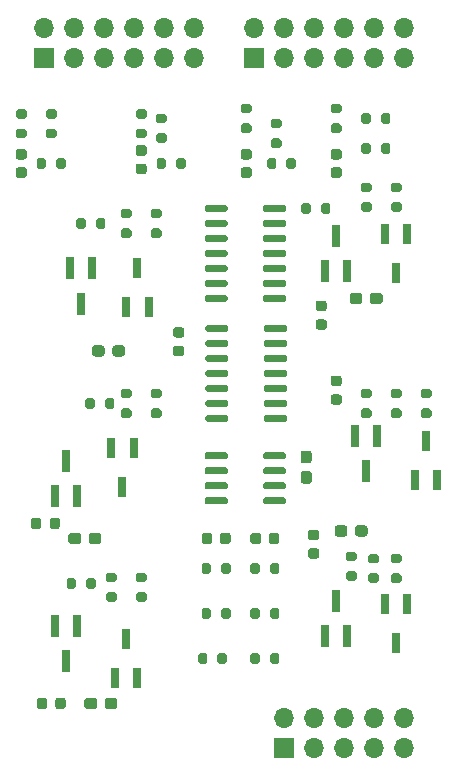
<source format=gts>
%TF.GenerationSoftware,KiCad,Pcbnew,5.1.10-88a1d61d58~90~ubuntu20.10.1*%
%TF.CreationDate,2021-11-01T20:20:40-04:00*%
%TF.ProjectId,vco,76636f2e-6b69-4636-9164-5f7063625858,rev?*%
%TF.SameCoordinates,Original*%
%TF.FileFunction,Soldermask,Top*%
%TF.FilePolarity,Negative*%
%FSLAX46Y46*%
G04 Gerber Fmt 4.6, Leading zero omitted, Abs format (unit mm)*
G04 Created by KiCad (PCBNEW 5.1.10-88a1d61d58~90~ubuntu20.10.1) date 2021-11-01 20:20:40*
%MOMM*%
%LPD*%
G01*
G04 APERTURE LIST*
%ADD10R,0.800000X1.900000*%
%ADD11R,0.800000X1.800000*%
%ADD12O,1.700000X1.700000*%
%ADD13R,1.700000X1.700000*%
G04 APERTURE END LIST*
%TO.C,U1*%
G36*
G01*
X153900000Y-102385000D02*
X153900000Y-102085000D01*
G75*
G02*
X154050000Y-101935000I150000J0D01*
G01*
X155700000Y-101935000D01*
G75*
G02*
X155850000Y-102085000I0J-150000D01*
G01*
X155850000Y-102385000D01*
G75*
G02*
X155700000Y-102535000I-150000J0D01*
G01*
X154050000Y-102535000D01*
G75*
G02*
X153900000Y-102385000I0J150000D01*
G01*
G37*
G36*
G01*
X153900000Y-103655000D02*
X153900000Y-103355000D01*
G75*
G02*
X154050000Y-103205000I150000J0D01*
G01*
X155700000Y-103205000D01*
G75*
G02*
X155850000Y-103355000I0J-150000D01*
G01*
X155850000Y-103655000D01*
G75*
G02*
X155700000Y-103805000I-150000J0D01*
G01*
X154050000Y-103805000D01*
G75*
G02*
X153900000Y-103655000I0J150000D01*
G01*
G37*
G36*
G01*
X153900000Y-104925000D02*
X153900000Y-104625000D01*
G75*
G02*
X154050000Y-104475000I150000J0D01*
G01*
X155700000Y-104475000D01*
G75*
G02*
X155850000Y-104625000I0J-150000D01*
G01*
X155850000Y-104925000D01*
G75*
G02*
X155700000Y-105075000I-150000J0D01*
G01*
X154050000Y-105075000D01*
G75*
G02*
X153900000Y-104925000I0J150000D01*
G01*
G37*
G36*
G01*
X153900000Y-106195000D02*
X153900000Y-105895000D01*
G75*
G02*
X154050000Y-105745000I150000J0D01*
G01*
X155700000Y-105745000D01*
G75*
G02*
X155850000Y-105895000I0J-150000D01*
G01*
X155850000Y-106195000D01*
G75*
G02*
X155700000Y-106345000I-150000J0D01*
G01*
X154050000Y-106345000D01*
G75*
G02*
X153900000Y-106195000I0J150000D01*
G01*
G37*
G36*
G01*
X153900000Y-107465000D02*
X153900000Y-107165000D01*
G75*
G02*
X154050000Y-107015000I150000J0D01*
G01*
X155700000Y-107015000D01*
G75*
G02*
X155850000Y-107165000I0J-150000D01*
G01*
X155850000Y-107465000D01*
G75*
G02*
X155700000Y-107615000I-150000J0D01*
G01*
X154050000Y-107615000D01*
G75*
G02*
X153900000Y-107465000I0J150000D01*
G01*
G37*
G36*
G01*
X153900000Y-108735000D02*
X153900000Y-108435000D01*
G75*
G02*
X154050000Y-108285000I150000J0D01*
G01*
X155700000Y-108285000D01*
G75*
G02*
X155850000Y-108435000I0J-150000D01*
G01*
X155850000Y-108735000D01*
G75*
G02*
X155700000Y-108885000I-150000J0D01*
G01*
X154050000Y-108885000D01*
G75*
G02*
X153900000Y-108735000I0J150000D01*
G01*
G37*
G36*
G01*
X153900000Y-110005000D02*
X153900000Y-109705000D01*
G75*
G02*
X154050000Y-109555000I150000J0D01*
G01*
X155700000Y-109555000D01*
G75*
G02*
X155850000Y-109705000I0J-150000D01*
G01*
X155850000Y-110005000D01*
G75*
G02*
X155700000Y-110155000I-150000J0D01*
G01*
X154050000Y-110155000D01*
G75*
G02*
X153900000Y-110005000I0J150000D01*
G01*
G37*
G36*
G01*
X148950000Y-110005000D02*
X148950000Y-109705000D01*
G75*
G02*
X149100000Y-109555000I150000J0D01*
G01*
X150750000Y-109555000D01*
G75*
G02*
X150900000Y-109705000I0J-150000D01*
G01*
X150900000Y-110005000D01*
G75*
G02*
X150750000Y-110155000I-150000J0D01*
G01*
X149100000Y-110155000D01*
G75*
G02*
X148950000Y-110005000I0J150000D01*
G01*
G37*
G36*
G01*
X148950000Y-108735000D02*
X148950000Y-108435000D01*
G75*
G02*
X149100000Y-108285000I150000J0D01*
G01*
X150750000Y-108285000D01*
G75*
G02*
X150900000Y-108435000I0J-150000D01*
G01*
X150900000Y-108735000D01*
G75*
G02*
X150750000Y-108885000I-150000J0D01*
G01*
X149100000Y-108885000D01*
G75*
G02*
X148950000Y-108735000I0J150000D01*
G01*
G37*
G36*
G01*
X148950000Y-107465000D02*
X148950000Y-107165000D01*
G75*
G02*
X149100000Y-107015000I150000J0D01*
G01*
X150750000Y-107015000D01*
G75*
G02*
X150900000Y-107165000I0J-150000D01*
G01*
X150900000Y-107465000D01*
G75*
G02*
X150750000Y-107615000I-150000J0D01*
G01*
X149100000Y-107615000D01*
G75*
G02*
X148950000Y-107465000I0J150000D01*
G01*
G37*
G36*
G01*
X148950000Y-106195000D02*
X148950000Y-105895000D01*
G75*
G02*
X149100000Y-105745000I150000J0D01*
G01*
X150750000Y-105745000D01*
G75*
G02*
X150900000Y-105895000I0J-150000D01*
G01*
X150900000Y-106195000D01*
G75*
G02*
X150750000Y-106345000I-150000J0D01*
G01*
X149100000Y-106345000D01*
G75*
G02*
X148950000Y-106195000I0J150000D01*
G01*
G37*
G36*
G01*
X148950000Y-104925000D02*
X148950000Y-104625000D01*
G75*
G02*
X149100000Y-104475000I150000J0D01*
G01*
X150750000Y-104475000D01*
G75*
G02*
X150900000Y-104625000I0J-150000D01*
G01*
X150900000Y-104925000D01*
G75*
G02*
X150750000Y-105075000I-150000J0D01*
G01*
X149100000Y-105075000D01*
G75*
G02*
X148950000Y-104925000I0J150000D01*
G01*
G37*
G36*
G01*
X148950000Y-103655000D02*
X148950000Y-103355000D01*
G75*
G02*
X149100000Y-103205000I150000J0D01*
G01*
X150750000Y-103205000D01*
G75*
G02*
X150900000Y-103355000I0J-150000D01*
G01*
X150900000Y-103655000D01*
G75*
G02*
X150750000Y-103805000I-150000J0D01*
G01*
X149100000Y-103805000D01*
G75*
G02*
X148950000Y-103655000I0J150000D01*
G01*
G37*
G36*
G01*
X148950000Y-102385000D02*
X148950000Y-102085000D01*
G75*
G02*
X149100000Y-101935000I150000J0D01*
G01*
X150750000Y-101935000D01*
G75*
G02*
X150900000Y-102085000I0J-150000D01*
G01*
X150900000Y-102385000D01*
G75*
G02*
X150750000Y-102535000I-150000J0D01*
G01*
X149100000Y-102535000D01*
G75*
G02*
X148950000Y-102385000I0J150000D01*
G01*
G37*
%TD*%
%TO.C,U2*%
G36*
G01*
X153835000Y-92225000D02*
X153835000Y-91925000D01*
G75*
G02*
X153985000Y-91775000I150000J0D01*
G01*
X155635000Y-91775000D01*
G75*
G02*
X155785000Y-91925000I0J-150000D01*
G01*
X155785000Y-92225000D01*
G75*
G02*
X155635000Y-92375000I-150000J0D01*
G01*
X153985000Y-92375000D01*
G75*
G02*
X153835000Y-92225000I0J150000D01*
G01*
G37*
G36*
G01*
X153835000Y-93495000D02*
X153835000Y-93195000D01*
G75*
G02*
X153985000Y-93045000I150000J0D01*
G01*
X155635000Y-93045000D01*
G75*
G02*
X155785000Y-93195000I0J-150000D01*
G01*
X155785000Y-93495000D01*
G75*
G02*
X155635000Y-93645000I-150000J0D01*
G01*
X153985000Y-93645000D01*
G75*
G02*
X153835000Y-93495000I0J150000D01*
G01*
G37*
G36*
G01*
X153835000Y-94765000D02*
X153835000Y-94465000D01*
G75*
G02*
X153985000Y-94315000I150000J0D01*
G01*
X155635000Y-94315000D01*
G75*
G02*
X155785000Y-94465000I0J-150000D01*
G01*
X155785000Y-94765000D01*
G75*
G02*
X155635000Y-94915000I-150000J0D01*
G01*
X153985000Y-94915000D01*
G75*
G02*
X153835000Y-94765000I0J150000D01*
G01*
G37*
G36*
G01*
X153835000Y-96035000D02*
X153835000Y-95735000D01*
G75*
G02*
X153985000Y-95585000I150000J0D01*
G01*
X155635000Y-95585000D01*
G75*
G02*
X155785000Y-95735000I0J-150000D01*
G01*
X155785000Y-96035000D01*
G75*
G02*
X155635000Y-96185000I-150000J0D01*
G01*
X153985000Y-96185000D01*
G75*
G02*
X153835000Y-96035000I0J150000D01*
G01*
G37*
G36*
G01*
X153835000Y-97305000D02*
X153835000Y-97005000D01*
G75*
G02*
X153985000Y-96855000I150000J0D01*
G01*
X155635000Y-96855000D01*
G75*
G02*
X155785000Y-97005000I0J-150000D01*
G01*
X155785000Y-97305000D01*
G75*
G02*
X155635000Y-97455000I-150000J0D01*
G01*
X153985000Y-97455000D01*
G75*
G02*
X153835000Y-97305000I0J150000D01*
G01*
G37*
G36*
G01*
X153835000Y-98575000D02*
X153835000Y-98275000D01*
G75*
G02*
X153985000Y-98125000I150000J0D01*
G01*
X155635000Y-98125000D01*
G75*
G02*
X155785000Y-98275000I0J-150000D01*
G01*
X155785000Y-98575000D01*
G75*
G02*
X155635000Y-98725000I-150000J0D01*
G01*
X153985000Y-98725000D01*
G75*
G02*
X153835000Y-98575000I0J150000D01*
G01*
G37*
G36*
G01*
X153835000Y-99845000D02*
X153835000Y-99545000D01*
G75*
G02*
X153985000Y-99395000I150000J0D01*
G01*
X155635000Y-99395000D01*
G75*
G02*
X155785000Y-99545000I0J-150000D01*
G01*
X155785000Y-99845000D01*
G75*
G02*
X155635000Y-99995000I-150000J0D01*
G01*
X153985000Y-99995000D01*
G75*
G02*
X153835000Y-99845000I0J150000D01*
G01*
G37*
G36*
G01*
X148885000Y-99845000D02*
X148885000Y-99545000D01*
G75*
G02*
X149035000Y-99395000I150000J0D01*
G01*
X150685000Y-99395000D01*
G75*
G02*
X150835000Y-99545000I0J-150000D01*
G01*
X150835000Y-99845000D01*
G75*
G02*
X150685000Y-99995000I-150000J0D01*
G01*
X149035000Y-99995000D01*
G75*
G02*
X148885000Y-99845000I0J150000D01*
G01*
G37*
G36*
G01*
X148885000Y-98575000D02*
X148885000Y-98275000D01*
G75*
G02*
X149035000Y-98125000I150000J0D01*
G01*
X150685000Y-98125000D01*
G75*
G02*
X150835000Y-98275000I0J-150000D01*
G01*
X150835000Y-98575000D01*
G75*
G02*
X150685000Y-98725000I-150000J0D01*
G01*
X149035000Y-98725000D01*
G75*
G02*
X148885000Y-98575000I0J150000D01*
G01*
G37*
G36*
G01*
X148885000Y-97305000D02*
X148885000Y-97005000D01*
G75*
G02*
X149035000Y-96855000I150000J0D01*
G01*
X150685000Y-96855000D01*
G75*
G02*
X150835000Y-97005000I0J-150000D01*
G01*
X150835000Y-97305000D01*
G75*
G02*
X150685000Y-97455000I-150000J0D01*
G01*
X149035000Y-97455000D01*
G75*
G02*
X148885000Y-97305000I0J150000D01*
G01*
G37*
G36*
G01*
X148885000Y-96035000D02*
X148885000Y-95735000D01*
G75*
G02*
X149035000Y-95585000I150000J0D01*
G01*
X150685000Y-95585000D01*
G75*
G02*
X150835000Y-95735000I0J-150000D01*
G01*
X150835000Y-96035000D01*
G75*
G02*
X150685000Y-96185000I-150000J0D01*
G01*
X149035000Y-96185000D01*
G75*
G02*
X148885000Y-96035000I0J150000D01*
G01*
G37*
G36*
G01*
X148885000Y-94765000D02*
X148885000Y-94465000D01*
G75*
G02*
X149035000Y-94315000I150000J0D01*
G01*
X150685000Y-94315000D01*
G75*
G02*
X150835000Y-94465000I0J-150000D01*
G01*
X150835000Y-94765000D01*
G75*
G02*
X150685000Y-94915000I-150000J0D01*
G01*
X149035000Y-94915000D01*
G75*
G02*
X148885000Y-94765000I0J150000D01*
G01*
G37*
G36*
G01*
X148885000Y-93495000D02*
X148885000Y-93195000D01*
G75*
G02*
X149035000Y-93045000I150000J0D01*
G01*
X150685000Y-93045000D01*
G75*
G02*
X150835000Y-93195000I0J-150000D01*
G01*
X150835000Y-93495000D01*
G75*
G02*
X150685000Y-93645000I-150000J0D01*
G01*
X149035000Y-93645000D01*
G75*
G02*
X148885000Y-93495000I0J150000D01*
G01*
G37*
G36*
G01*
X148885000Y-92225000D02*
X148885000Y-91925000D01*
G75*
G02*
X149035000Y-91775000I150000J0D01*
G01*
X150685000Y-91775000D01*
G75*
G02*
X150835000Y-91925000I0J-150000D01*
G01*
X150835000Y-92225000D01*
G75*
G02*
X150685000Y-92375000I-150000J0D01*
G01*
X149035000Y-92375000D01*
G75*
G02*
X148885000Y-92225000I0J150000D01*
G01*
G37*
%TD*%
D10*
%TO.C,Q12*%
X162560000Y-114300000D03*
X161610000Y-111300000D03*
X163510000Y-111300000D03*
%TD*%
D11*
%TO.C,Q11*%
X166690000Y-115060000D03*
X168590000Y-115060000D03*
X167640000Y-111760000D03*
%TD*%
D10*
%TO.C,Q10*%
X160020000Y-125270000D03*
X160970000Y-128270000D03*
X159070000Y-128270000D03*
%TD*%
D11*
%TO.C,Q9*%
X165100000Y-128905000D03*
X164150000Y-125605000D03*
X166050000Y-125605000D03*
%TD*%
D10*
%TO.C,Q8*%
X160020000Y-94385000D03*
X160970000Y-97385000D03*
X159070000Y-97385000D03*
%TD*%
D11*
%TO.C,Q7*%
X165100000Y-97535000D03*
X164150000Y-94235000D03*
X166050000Y-94235000D03*
%TD*%
D10*
%TO.C,Q6*%
X137160000Y-130405000D03*
X136210000Y-127405000D03*
X138110000Y-127405000D03*
%TD*%
D11*
%TO.C,Q5*%
X142240000Y-128525000D03*
X143190000Y-131825000D03*
X141290000Y-131825000D03*
%TD*%
D10*
%TO.C,Q4*%
X137160000Y-113435000D03*
X138110000Y-116435000D03*
X136210000Y-116435000D03*
%TD*%
D11*
%TO.C,Q3*%
X141920000Y-115695000D03*
X140970000Y-112395000D03*
X142870000Y-112395000D03*
%TD*%
D10*
%TO.C,Q2*%
X138430000Y-100155000D03*
X137480000Y-97155000D03*
X139380000Y-97155000D03*
%TD*%
D11*
%TO.C,Q1*%
X143190000Y-97155000D03*
X144140000Y-100455000D03*
X142240000Y-100455000D03*
%TD*%
%TO.C,D6*%
G36*
G01*
X159763750Y-107817500D02*
X160276250Y-107817500D01*
G75*
G02*
X160495000Y-108036250I0J-218750D01*
G01*
X160495000Y-108473750D01*
G75*
G02*
X160276250Y-108692500I-218750J0D01*
G01*
X159763750Y-108692500D01*
G75*
G02*
X159545000Y-108473750I0J218750D01*
G01*
X159545000Y-108036250D01*
G75*
G02*
X159763750Y-107817500I218750J0D01*
G01*
G37*
G36*
G01*
X159763750Y-106242500D02*
X160276250Y-106242500D01*
G75*
G02*
X160495000Y-106461250I0J-218750D01*
G01*
X160495000Y-106898750D01*
G75*
G02*
X160276250Y-107117500I-218750J0D01*
G01*
X159763750Y-107117500D01*
G75*
G02*
X159545000Y-106898750I0J218750D01*
G01*
X159545000Y-106461250D01*
G75*
G02*
X159763750Y-106242500I218750J0D01*
G01*
G37*
%TD*%
%TO.C,D5*%
G36*
G01*
X158371250Y-120147500D02*
X157858750Y-120147500D01*
G75*
G02*
X157640000Y-119928750I0J218750D01*
G01*
X157640000Y-119491250D01*
G75*
G02*
X157858750Y-119272500I218750J0D01*
G01*
X158371250Y-119272500D01*
G75*
G02*
X158590000Y-119491250I0J-218750D01*
G01*
X158590000Y-119928750D01*
G75*
G02*
X158371250Y-120147500I-218750J0D01*
G01*
G37*
G36*
G01*
X158371250Y-121722500D02*
X157858750Y-121722500D01*
G75*
G02*
X157640000Y-121503750I0J218750D01*
G01*
X157640000Y-121066250D01*
G75*
G02*
X157858750Y-120847500I218750J0D01*
G01*
X158371250Y-120847500D01*
G75*
G02*
X158590000Y-121066250I0J-218750D01*
G01*
X158590000Y-121503750D01*
G75*
G02*
X158371250Y-121722500I-218750J0D01*
G01*
G37*
%TD*%
%TO.C,D4*%
G36*
G01*
X159006250Y-100767500D02*
X158493750Y-100767500D01*
G75*
G02*
X158275000Y-100548750I0J218750D01*
G01*
X158275000Y-100111250D01*
G75*
G02*
X158493750Y-99892500I218750J0D01*
G01*
X159006250Y-99892500D01*
G75*
G02*
X159225000Y-100111250I0J-218750D01*
G01*
X159225000Y-100548750D01*
G75*
G02*
X159006250Y-100767500I-218750J0D01*
G01*
G37*
G36*
G01*
X159006250Y-102342500D02*
X158493750Y-102342500D01*
G75*
G02*
X158275000Y-102123750I0J218750D01*
G01*
X158275000Y-101686250D01*
G75*
G02*
X158493750Y-101467500I218750J0D01*
G01*
X159006250Y-101467500D01*
G75*
G02*
X159225000Y-101686250I0J-218750D01*
G01*
X159225000Y-102123750D01*
G75*
G02*
X159006250Y-102342500I-218750J0D01*
G01*
G37*
%TD*%
%TO.C,D3*%
G36*
G01*
X135540000Y-133728750D02*
X135540000Y-134241250D01*
G75*
G02*
X135321250Y-134460000I-218750J0D01*
G01*
X134883750Y-134460000D01*
G75*
G02*
X134665000Y-134241250I0J218750D01*
G01*
X134665000Y-133728750D01*
G75*
G02*
X134883750Y-133510000I218750J0D01*
G01*
X135321250Y-133510000D01*
G75*
G02*
X135540000Y-133728750I0J-218750D01*
G01*
G37*
G36*
G01*
X137115000Y-133728750D02*
X137115000Y-134241250D01*
G75*
G02*
X136896250Y-134460000I-218750J0D01*
G01*
X136458750Y-134460000D01*
G75*
G02*
X136240000Y-134241250I0J218750D01*
G01*
X136240000Y-133728750D01*
G75*
G02*
X136458750Y-133510000I218750J0D01*
G01*
X136896250Y-133510000D01*
G75*
G02*
X137115000Y-133728750I0J-218750D01*
G01*
G37*
%TD*%
%TO.C,D2*%
G36*
G01*
X135057500Y-118488750D02*
X135057500Y-119001250D01*
G75*
G02*
X134838750Y-119220000I-218750J0D01*
G01*
X134401250Y-119220000D01*
G75*
G02*
X134182500Y-119001250I0J218750D01*
G01*
X134182500Y-118488750D01*
G75*
G02*
X134401250Y-118270000I218750J0D01*
G01*
X134838750Y-118270000D01*
G75*
G02*
X135057500Y-118488750I0J-218750D01*
G01*
G37*
G36*
G01*
X136632500Y-118488750D02*
X136632500Y-119001250D01*
G75*
G02*
X136413750Y-119220000I-218750J0D01*
G01*
X135976250Y-119220000D01*
G75*
G02*
X135757500Y-119001250I0J218750D01*
G01*
X135757500Y-118488750D01*
G75*
G02*
X135976250Y-118270000I218750J0D01*
G01*
X136413750Y-118270000D01*
G75*
G02*
X136632500Y-118488750I0J-218750D01*
G01*
G37*
%TD*%
%TO.C,D1*%
G36*
G01*
X146428750Y-103702500D02*
X146941250Y-103702500D01*
G75*
G02*
X147160000Y-103921250I0J-218750D01*
G01*
X147160000Y-104358750D01*
G75*
G02*
X146941250Y-104577500I-218750J0D01*
G01*
X146428750Y-104577500D01*
G75*
G02*
X146210000Y-104358750I0J218750D01*
G01*
X146210000Y-103921250D01*
G75*
G02*
X146428750Y-103702500I218750J0D01*
G01*
G37*
G36*
G01*
X146428750Y-102127500D02*
X146941250Y-102127500D01*
G75*
G02*
X147160000Y-102346250I0J-218750D01*
G01*
X147160000Y-102783750D01*
G75*
G02*
X146941250Y-103002500I-218750J0D01*
G01*
X146428750Y-103002500D01*
G75*
G02*
X146210000Y-102783750I0J218750D01*
G01*
X146210000Y-102346250D01*
G75*
G02*
X146428750Y-102127500I218750J0D01*
G01*
G37*
%TD*%
%TO.C,C1*%
G36*
G01*
X141067500Y-104377500D02*
X141067500Y-103902500D01*
G75*
G02*
X141305000Y-103665000I237500J0D01*
G01*
X141905000Y-103665000D01*
G75*
G02*
X142142500Y-103902500I0J-237500D01*
G01*
X142142500Y-104377500D01*
G75*
G02*
X141905000Y-104615000I-237500J0D01*
G01*
X141305000Y-104615000D01*
G75*
G02*
X141067500Y-104377500I0J237500D01*
G01*
G37*
G36*
G01*
X139342500Y-104377500D02*
X139342500Y-103902500D01*
G75*
G02*
X139580000Y-103665000I237500J0D01*
G01*
X140180000Y-103665000D01*
G75*
G02*
X140417500Y-103902500I0J-237500D01*
G01*
X140417500Y-104377500D01*
G75*
G02*
X140180000Y-104615000I-237500J0D01*
G01*
X139580000Y-104615000D01*
G75*
G02*
X139342500Y-104377500I0J237500D01*
G01*
G37*
%TD*%
%TO.C,C2*%
G36*
G01*
X139075000Y-120252500D02*
X139075000Y-119777500D01*
G75*
G02*
X139312500Y-119540000I237500J0D01*
G01*
X139912500Y-119540000D01*
G75*
G02*
X140150000Y-119777500I0J-237500D01*
G01*
X140150000Y-120252500D01*
G75*
G02*
X139912500Y-120490000I-237500J0D01*
G01*
X139312500Y-120490000D01*
G75*
G02*
X139075000Y-120252500I0J237500D01*
G01*
G37*
G36*
G01*
X137350000Y-120252500D02*
X137350000Y-119777500D01*
G75*
G02*
X137587500Y-119540000I237500J0D01*
G01*
X138187500Y-119540000D01*
G75*
G02*
X138425000Y-119777500I0J-237500D01*
G01*
X138425000Y-120252500D01*
G75*
G02*
X138187500Y-120490000I-237500J0D01*
G01*
X137587500Y-120490000D01*
G75*
G02*
X137350000Y-120252500I0J237500D01*
G01*
G37*
%TD*%
%TO.C,C3*%
G36*
G01*
X140432500Y-134222500D02*
X140432500Y-133747500D01*
G75*
G02*
X140670000Y-133510000I237500J0D01*
G01*
X141270000Y-133510000D01*
G75*
G02*
X141507500Y-133747500I0J-237500D01*
G01*
X141507500Y-134222500D01*
G75*
G02*
X141270000Y-134460000I-237500J0D01*
G01*
X140670000Y-134460000D01*
G75*
G02*
X140432500Y-134222500I0J237500D01*
G01*
G37*
G36*
G01*
X138707500Y-134222500D02*
X138707500Y-133747500D01*
G75*
G02*
X138945000Y-133510000I237500J0D01*
G01*
X139545000Y-133510000D01*
G75*
G02*
X139782500Y-133747500I0J-237500D01*
G01*
X139782500Y-134222500D01*
G75*
G02*
X139545000Y-134460000I-237500J0D01*
G01*
X138945000Y-134460000D01*
G75*
G02*
X138707500Y-134222500I0J237500D01*
G01*
G37*
%TD*%
%TO.C,C4*%
G36*
G01*
X162885000Y-99932500D02*
X162885000Y-99457500D01*
G75*
G02*
X163122500Y-99220000I237500J0D01*
G01*
X163722500Y-99220000D01*
G75*
G02*
X163960000Y-99457500I0J-237500D01*
G01*
X163960000Y-99932500D01*
G75*
G02*
X163722500Y-100170000I-237500J0D01*
G01*
X163122500Y-100170000D01*
G75*
G02*
X162885000Y-99932500I0J237500D01*
G01*
G37*
G36*
G01*
X161160000Y-99932500D02*
X161160000Y-99457500D01*
G75*
G02*
X161397500Y-99220000I237500J0D01*
G01*
X161997500Y-99220000D01*
G75*
G02*
X162235000Y-99457500I0J-237500D01*
G01*
X162235000Y-99932500D01*
G75*
G02*
X161997500Y-100170000I-237500J0D01*
G01*
X161397500Y-100170000D01*
G75*
G02*
X161160000Y-99932500I0J237500D01*
G01*
G37*
%TD*%
%TO.C,C5*%
G36*
G01*
X161615000Y-119617500D02*
X161615000Y-119142500D01*
G75*
G02*
X161852500Y-118905000I237500J0D01*
G01*
X162452500Y-118905000D01*
G75*
G02*
X162690000Y-119142500I0J-237500D01*
G01*
X162690000Y-119617500D01*
G75*
G02*
X162452500Y-119855000I-237500J0D01*
G01*
X161852500Y-119855000D01*
G75*
G02*
X161615000Y-119617500I0J237500D01*
G01*
G37*
G36*
G01*
X159890000Y-119617500D02*
X159890000Y-119142500D01*
G75*
G02*
X160127500Y-118905000I237500J0D01*
G01*
X160727500Y-118905000D01*
G75*
G02*
X160965000Y-119142500I0J-237500D01*
G01*
X160965000Y-119617500D01*
G75*
G02*
X160727500Y-119855000I-237500J0D01*
G01*
X160127500Y-119855000D01*
G75*
G02*
X159890000Y-119617500I0J237500D01*
G01*
G37*
%TD*%
%TO.C,C6*%
G36*
G01*
X157717500Y-113660000D02*
X157242500Y-113660000D01*
G75*
G02*
X157005000Y-113422500I0J237500D01*
G01*
X157005000Y-112822500D01*
G75*
G02*
X157242500Y-112585000I237500J0D01*
G01*
X157717500Y-112585000D01*
G75*
G02*
X157955000Y-112822500I0J-237500D01*
G01*
X157955000Y-113422500D01*
G75*
G02*
X157717500Y-113660000I-237500J0D01*
G01*
G37*
G36*
G01*
X157717500Y-115385000D02*
X157242500Y-115385000D01*
G75*
G02*
X157005000Y-115147500I0J237500D01*
G01*
X157005000Y-114547500D01*
G75*
G02*
X157242500Y-114310000I237500J0D01*
G01*
X157717500Y-114310000D01*
G75*
G02*
X157955000Y-114547500I0J-237500D01*
G01*
X157955000Y-115147500D01*
G75*
G02*
X157717500Y-115385000I-237500J0D01*
G01*
G37*
%TD*%
%TO.C,C7*%
G36*
G01*
X143760000Y-87620000D02*
X143260000Y-87620000D01*
G75*
G02*
X143035000Y-87395000I0J225000D01*
G01*
X143035000Y-86945000D01*
G75*
G02*
X143260000Y-86720000I225000J0D01*
G01*
X143760000Y-86720000D01*
G75*
G02*
X143985000Y-86945000I0J-225000D01*
G01*
X143985000Y-87395000D01*
G75*
G02*
X143760000Y-87620000I-225000J0D01*
G01*
G37*
G36*
G01*
X143760000Y-89170000D02*
X143260000Y-89170000D01*
G75*
G02*
X143035000Y-88945000I0J225000D01*
G01*
X143035000Y-88495000D01*
G75*
G02*
X143260000Y-88270000I225000J0D01*
G01*
X143760000Y-88270000D01*
G75*
G02*
X143985000Y-88495000I0J-225000D01*
G01*
X143985000Y-88945000D01*
G75*
G02*
X143760000Y-89170000I-225000J0D01*
G01*
G37*
%TD*%
%TO.C,C8*%
G36*
G01*
X160270000Y-87940000D02*
X159770000Y-87940000D01*
G75*
G02*
X159545000Y-87715000I0J225000D01*
G01*
X159545000Y-87265000D01*
G75*
G02*
X159770000Y-87040000I225000J0D01*
G01*
X160270000Y-87040000D01*
G75*
G02*
X160495000Y-87265000I0J-225000D01*
G01*
X160495000Y-87715000D01*
G75*
G02*
X160270000Y-87940000I-225000J0D01*
G01*
G37*
G36*
G01*
X160270000Y-89490000D02*
X159770000Y-89490000D01*
G75*
G02*
X159545000Y-89265000I0J225000D01*
G01*
X159545000Y-88815000D01*
G75*
G02*
X159770000Y-88590000I225000J0D01*
G01*
X160270000Y-88590000D01*
G75*
G02*
X160495000Y-88815000I0J-225000D01*
G01*
X160495000Y-89265000D01*
G75*
G02*
X160270000Y-89490000I-225000J0D01*
G01*
G37*
%TD*%
%TO.C,C9*%
G36*
G01*
X150185000Y-120265000D02*
X150185000Y-119765000D01*
G75*
G02*
X150410000Y-119540000I225000J0D01*
G01*
X150860000Y-119540000D01*
G75*
G02*
X151085000Y-119765000I0J-225000D01*
G01*
X151085000Y-120265000D01*
G75*
G02*
X150860000Y-120490000I-225000J0D01*
G01*
X150410000Y-120490000D01*
G75*
G02*
X150185000Y-120265000I0J225000D01*
G01*
G37*
G36*
G01*
X148635000Y-120265000D02*
X148635000Y-119765000D01*
G75*
G02*
X148860000Y-119540000I225000J0D01*
G01*
X149310000Y-119540000D01*
G75*
G02*
X149535000Y-119765000I0J-225000D01*
G01*
X149535000Y-120265000D01*
G75*
G02*
X149310000Y-120490000I-225000J0D01*
G01*
X148860000Y-120490000D01*
G75*
G02*
X148635000Y-120265000I0J225000D01*
G01*
G37*
%TD*%
%TO.C,C10*%
G36*
G01*
X133600000Y-87940000D02*
X133100000Y-87940000D01*
G75*
G02*
X132875000Y-87715000I0J225000D01*
G01*
X132875000Y-87265000D01*
G75*
G02*
X133100000Y-87040000I225000J0D01*
G01*
X133600000Y-87040000D01*
G75*
G02*
X133825000Y-87265000I0J-225000D01*
G01*
X133825000Y-87715000D01*
G75*
G02*
X133600000Y-87940000I-225000J0D01*
G01*
G37*
G36*
G01*
X133600000Y-89490000D02*
X133100000Y-89490000D01*
G75*
G02*
X132875000Y-89265000I0J225000D01*
G01*
X132875000Y-88815000D01*
G75*
G02*
X133100000Y-88590000I225000J0D01*
G01*
X133600000Y-88590000D01*
G75*
G02*
X133825000Y-88815000I0J-225000D01*
G01*
X133825000Y-89265000D01*
G75*
G02*
X133600000Y-89490000I-225000J0D01*
G01*
G37*
%TD*%
%TO.C,C11*%
G36*
G01*
X152650000Y-87940000D02*
X152150000Y-87940000D01*
G75*
G02*
X151925000Y-87715000I0J225000D01*
G01*
X151925000Y-87265000D01*
G75*
G02*
X152150000Y-87040000I225000J0D01*
G01*
X152650000Y-87040000D01*
G75*
G02*
X152875000Y-87265000I0J-225000D01*
G01*
X152875000Y-87715000D01*
G75*
G02*
X152650000Y-87940000I-225000J0D01*
G01*
G37*
G36*
G01*
X152650000Y-89490000D02*
X152150000Y-89490000D01*
G75*
G02*
X151925000Y-89265000I0J225000D01*
G01*
X151925000Y-88815000D01*
G75*
G02*
X152150000Y-88590000I225000J0D01*
G01*
X152650000Y-88590000D01*
G75*
G02*
X152875000Y-88815000I0J-225000D01*
G01*
X152875000Y-89265000D01*
G75*
G02*
X152650000Y-89490000I-225000J0D01*
G01*
G37*
%TD*%
%TO.C,C12*%
G36*
G01*
X154315000Y-120265000D02*
X154315000Y-119765000D01*
G75*
G02*
X154540000Y-119540000I225000J0D01*
G01*
X154990000Y-119540000D01*
G75*
G02*
X155215000Y-119765000I0J-225000D01*
G01*
X155215000Y-120265000D01*
G75*
G02*
X154990000Y-120490000I-225000J0D01*
G01*
X154540000Y-120490000D01*
G75*
G02*
X154315000Y-120265000I0J225000D01*
G01*
G37*
G36*
G01*
X152765000Y-120265000D02*
X152765000Y-119765000D01*
G75*
G02*
X152990000Y-119540000I225000J0D01*
G01*
X153440000Y-119540000D01*
G75*
G02*
X153665000Y-119765000I0J-225000D01*
G01*
X153665000Y-120265000D01*
G75*
G02*
X153440000Y-120490000I-225000J0D01*
G01*
X152990000Y-120490000D01*
G75*
G02*
X152765000Y-120265000I0J225000D01*
G01*
G37*
%TD*%
%TO.C,R1*%
G36*
G01*
X138830000Y-93070000D02*
X138830000Y-93620000D01*
G75*
G02*
X138630000Y-93820000I-200000J0D01*
G01*
X138230000Y-93820000D01*
G75*
G02*
X138030000Y-93620000I0J200000D01*
G01*
X138030000Y-93070000D01*
G75*
G02*
X138230000Y-92870000I200000J0D01*
G01*
X138630000Y-92870000D01*
G75*
G02*
X138830000Y-93070000I0J-200000D01*
G01*
G37*
G36*
G01*
X140480000Y-93070000D02*
X140480000Y-93620000D01*
G75*
G02*
X140280000Y-93820000I-200000J0D01*
G01*
X139880000Y-93820000D01*
G75*
G02*
X139680000Y-93620000I0J200000D01*
G01*
X139680000Y-93070000D01*
G75*
G02*
X139880000Y-92870000I200000J0D01*
G01*
X140280000Y-92870000D01*
G75*
G02*
X140480000Y-93070000I0J-200000D01*
G01*
G37*
%TD*%
%TO.C,R2*%
G36*
G01*
X144505000Y-93770000D02*
X145055000Y-93770000D01*
G75*
G02*
X145255000Y-93970000I0J-200000D01*
G01*
X145255000Y-94370000D01*
G75*
G02*
X145055000Y-94570000I-200000J0D01*
G01*
X144505000Y-94570000D01*
G75*
G02*
X144305000Y-94370000I0J200000D01*
G01*
X144305000Y-93970000D01*
G75*
G02*
X144505000Y-93770000I200000J0D01*
G01*
G37*
G36*
G01*
X144505000Y-92120000D02*
X145055000Y-92120000D01*
G75*
G02*
X145255000Y-92320000I0J-200000D01*
G01*
X145255000Y-92720000D01*
G75*
G02*
X145055000Y-92920000I-200000J0D01*
G01*
X144505000Y-92920000D01*
G75*
G02*
X144305000Y-92720000I0J200000D01*
G01*
X144305000Y-92320000D01*
G75*
G02*
X144505000Y-92120000I200000J0D01*
G01*
G37*
%TD*%
%TO.C,R3*%
G36*
G01*
X142515000Y-92920000D02*
X141965000Y-92920000D01*
G75*
G02*
X141765000Y-92720000I0J200000D01*
G01*
X141765000Y-92320000D01*
G75*
G02*
X141965000Y-92120000I200000J0D01*
G01*
X142515000Y-92120000D01*
G75*
G02*
X142715000Y-92320000I0J-200000D01*
G01*
X142715000Y-92720000D01*
G75*
G02*
X142515000Y-92920000I-200000J0D01*
G01*
G37*
G36*
G01*
X142515000Y-94570000D02*
X141965000Y-94570000D01*
G75*
G02*
X141765000Y-94370000I0J200000D01*
G01*
X141765000Y-93970000D01*
G75*
G02*
X141965000Y-93770000I200000J0D01*
G01*
X142515000Y-93770000D01*
G75*
G02*
X142715000Y-93970000I0J-200000D01*
G01*
X142715000Y-94370000D01*
G75*
G02*
X142515000Y-94570000I-200000J0D01*
G01*
G37*
%TD*%
%TO.C,R4*%
G36*
G01*
X139595000Y-108310000D02*
X139595000Y-108860000D01*
G75*
G02*
X139395000Y-109060000I-200000J0D01*
G01*
X138995000Y-109060000D01*
G75*
G02*
X138795000Y-108860000I0J200000D01*
G01*
X138795000Y-108310000D01*
G75*
G02*
X138995000Y-108110000I200000J0D01*
G01*
X139395000Y-108110000D01*
G75*
G02*
X139595000Y-108310000I0J-200000D01*
G01*
G37*
G36*
G01*
X141245000Y-108310000D02*
X141245000Y-108860000D01*
G75*
G02*
X141045000Y-109060000I-200000J0D01*
G01*
X140645000Y-109060000D01*
G75*
G02*
X140445000Y-108860000I0J200000D01*
G01*
X140445000Y-108310000D01*
G75*
G02*
X140645000Y-108110000I200000J0D01*
G01*
X141045000Y-108110000D01*
G75*
G02*
X141245000Y-108310000I0J-200000D01*
G01*
G37*
%TD*%
%TO.C,R5*%
G36*
G01*
X144505000Y-109010000D02*
X145055000Y-109010000D01*
G75*
G02*
X145255000Y-109210000I0J-200000D01*
G01*
X145255000Y-109610000D01*
G75*
G02*
X145055000Y-109810000I-200000J0D01*
G01*
X144505000Y-109810000D01*
G75*
G02*
X144305000Y-109610000I0J200000D01*
G01*
X144305000Y-109210000D01*
G75*
G02*
X144505000Y-109010000I200000J0D01*
G01*
G37*
G36*
G01*
X144505000Y-107360000D02*
X145055000Y-107360000D01*
G75*
G02*
X145255000Y-107560000I0J-200000D01*
G01*
X145255000Y-107960000D01*
G75*
G02*
X145055000Y-108160000I-200000J0D01*
G01*
X144505000Y-108160000D01*
G75*
G02*
X144305000Y-107960000I0J200000D01*
G01*
X144305000Y-107560000D01*
G75*
G02*
X144505000Y-107360000I200000J0D01*
G01*
G37*
%TD*%
%TO.C,R6*%
G36*
G01*
X142515000Y-108160000D02*
X141965000Y-108160000D01*
G75*
G02*
X141765000Y-107960000I0J200000D01*
G01*
X141765000Y-107560000D01*
G75*
G02*
X141965000Y-107360000I200000J0D01*
G01*
X142515000Y-107360000D01*
G75*
G02*
X142715000Y-107560000I0J-200000D01*
G01*
X142715000Y-107960000D01*
G75*
G02*
X142515000Y-108160000I-200000J0D01*
G01*
G37*
G36*
G01*
X142515000Y-109810000D02*
X141965000Y-109810000D01*
G75*
G02*
X141765000Y-109610000I0J200000D01*
G01*
X141765000Y-109210000D01*
G75*
G02*
X141965000Y-109010000I200000J0D01*
G01*
X142515000Y-109010000D01*
G75*
G02*
X142715000Y-109210000I0J-200000D01*
G01*
X142715000Y-109610000D01*
G75*
G02*
X142515000Y-109810000I-200000J0D01*
G01*
G37*
%TD*%
%TO.C,R7*%
G36*
G01*
X138005000Y-123550000D02*
X138005000Y-124100000D01*
G75*
G02*
X137805000Y-124300000I-200000J0D01*
G01*
X137405000Y-124300000D01*
G75*
G02*
X137205000Y-124100000I0J200000D01*
G01*
X137205000Y-123550000D01*
G75*
G02*
X137405000Y-123350000I200000J0D01*
G01*
X137805000Y-123350000D01*
G75*
G02*
X138005000Y-123550000I0J-200000D01*
G01*
G37*
G36*
G01*
X139655000Y-123550000D02*
X139655000Y-124100000D01*
G75*
G02*
X139455000Y-124300000I-200000J0D01*
G01*
X139055000Y-124300000D01*
G75*
G02*
X138855000Y-124100000I0J200000D01*
G01*
X138855000Y-123550000D01*
G75*
G02*
X139055000Y-123350000I200000J0D01*
G01*
X139455000Y-123350000D01*
G75*
G02*
X139655000Y-123550000I0J-200000D01*
G01*
G37*
%TD*%
%TO.C,R8*%
G36*
G01*
X143235000Y-124570000D02*
X143785000Y-124570000D01*
G75*
G02*
X143985000Y-124770000I0J-200000D01*
G01*
X143985000Y-125170000D01*
G75*
G02*
X143785000Y-125370000I-200000J0D01*
G01*
X143235000Y-125370000D01*
G75*
G02*
X143035000Y-125170000I0J200000D01*
G01*
X143035000Y-124770000D01*
G75*
G02*
X143235000Y-124570000I200000J0D01*
G01*
G37*
G36*
G01*
X143235000Y-122920000D02*
X143785000Y-122920000D01*
G75*
G02*
X143985000Y-123120000I0J-200000D01*
G01*
X143985000Y-123520000D01*
G75*
G02*
X143785000Y-123720000I-200000J0D01*
G01*
X143235000Y-123720000D01*
G75*
G02*
X143035000Y-123520000I0J200000D01*
G01*
X143035000Y-123120000D01*
G75*
G02*
X143235000Y-122920000I200000J0D01*
G01*
G37*
%TD*%
%TO.C,R9*%
G36*
G01*
X141245000Y-123720000D02*
X140695000Y-123720000D01*
G75*
G02*
X140495000Y-123520000I0J200000D01*
G01*
X140495000Y-123120000D01*
G75*
G02*
X140695000Y-122920000I200000J0D01*
G01*
X141245000Y-122920000D01*
G75*
G02*
X141445000Y-123120000I0J-200000D01*
G01*
X141445000Y-123520000D01*
G75*
G02*
X141245000Y-123720000I-200000J0D01*
G01*
G37*
G36*
G01*
X141245000Y-125370000D02*
X140695000Y-125370000D01*
G75*
G02*
X140495000Y-125170000I0J200000D01*
G01*
X140495000Y-124770000D01*
G75*
G02*
X140695000Y-124570000I200000J0D01*
G01*
X141245000Y-124570000D01*
G75*
G02*
X141445000Y-124770000I0J-200000D01*
G01*
X141445000Y-125170000D01*
G75*
G02*
X141245000Y-125370000I-200000J0D01*
G01*
G37*
%TD*%
%TO.C,R10*%
G36*
G01*
X157880000Y-91800000D02*
X157880000Y-92350000D01*
G75*
G02*
X157680000Y-92550000I-200000J0D01*
G01*
X157280000Y-92550000D01*
G75*
G02*
X157080000Y-92350000I0J200000D01*
G01*
X157080000Y-91800000D01*
G75*
G02*
X157280000Y-91600000I200000J0D01*
G01*
X157680000Y-91600000D01*
G75*
G02*
X157880000Y-91800000I0J-200000D01*
G01*
G37*
G36*
G01*
X159530000Y-91800000D02*
X159530000Y-92350000D01*
G75*
G02*
X159330000Y-92550000I-200000J0D01*
G01*
X158930000Y-92550000D01*
G75*
G02*
X158730000Y-92350000I0J200000D01*
G01*
X158730000Y-91800000D01*
G75*
G02*
X158930000Y-91600000I200000J0D01*
G01*
X159330000Y-91600000D01*
G75*
G02*
X159530000Y-91800000I0J-200000D01*
G01*
G37*
%TD*%
%TO.C,R11*%
G36*
G01*
X164825000Y-91550000D02*
X165375000Y-91550000D01*
G75*
G02*
X165575000Y-91750000I0J-200000D01*
G01*
X165575000Y-92150000D01*
G75*
G02*
X165375000Y-92350000I-200000J0D01*
G01*
X164825000Y-92350000D01*
G75*
G02*
X164625000Y-92150000I0J200000D01*
G01*
X164625000Y-91750000D01*
G75*
G02*
X164825000Y-91550000I200000J0D01*
G01*
G37*
G36*
G01*
X164825000Y-89900000D02*
X165375000Y-89900000D01*
G75*
G02*
X165575000Y-90100000I0J-200000D01*
G01*
X165575000Y-90500000D01*
G75*
G02*
X165375000Y-90700000I-200000J0D01*
G01*
X164825000Y-90700000D01*
G75*
G02*
X164625000Y-90500000I0J200000D01*
G01*
X164625000Y-90100000D01*
G75*
G02*
X164825000Y-89900000I200000J0D01*
G01*
G37*
%TD*%
%TO.C,R12*%
G36*
G01*
X162835000Y-90700000D02*
X162285000Y-90700000D01*
G75*
G02*
X162085000Y-90500000I0J200000D01*
G01*
X162085000Y-90100000D01*
G75*
G02*
X162285000Y-89900000I200000J0D01*
G01*
X162835000Y-89900000D01*
G75*
G02*
X163035000Y-90100000I0J-200000D01*
G01*
X163035000Y-90500000D01*
G75*
G02*
X162835000Y-90700000I-200000J0D01*
G01*
G37*
G36*
G01*
X162835000Y-92350000D02*
X162285000Y-92350000D01*
G75*
G02*
X162085000Y-92150000I0J200000D01*
G01*
X162085000Y-91750000D01*
G75*
G02*
X162285000Y-91550000I200000J0D01*
G01*
X162835000Y-91550000D01*
G75*
G02*
X163035000Y-91750000I0J-200000D01*
G01*
X163035000Y-92150000D01*
G75*
G02*
X162835000Y-92350000I-200000J0D01*
G01*
G37*
%TD*%
%TO.C,R13*%
G36*
G01*
X161565000Y-121940000D02*
X161015000Y-121940000D01*
G75*
G02*
X160815000Y-121740000I0J200000D01*
G01*
X160815000Y-121340000D01*
G75*
G02*
X161015000Y-121140000I200000J0D01*
G01*
X161565000Y-121140000D01*
G75*
G02*
X161765000Y-121340000I0J-200000D01*
G01*
X161765000Y-121740000D01*
G75*
G02*
X161565000Y-121940000I-200000J0D01*
G01*
G37*
G36*
G01*
X161565000Y-123590000D02*
X161015000Y-123590000D01*
G75*
G02*
X160815000Y-123390000I0J200000D01*
G01*
X160815000Y-122990000D01*
G75*
G02*
X161015000Y-122790000I200000J0D01*
G01*
X161565000Y-122790000D01*
G75*
G02*
X161765000Y-122990000I0J-200000D01*
G01*
X161765000Y-123390000D01*
G75*
G02*
X161565000Y-123590000I-200000J0D01*
G01*
G37*
%TD*%
%TO.C,R14*%
G36*
G01*
X162895000Y-122980000D02*
X163445000Y-122980000D01*
G75*
G02*
X163645000Y-123180000I0J-200000D01*
G01*
X163645000Y-123580000D01*
G75*
G02*
X163445000Y-123780000I-200000J0D01*
G01*
X162895000Y-123780000D01*
G75*
G02*
X162695000Y-123580000I0J200000D01*
G01*
X162695000Y-123180000D01*
G75*
G02*
X162895000Y-122980000I200000J0D01*
G01*
G37*
G36*
G01*
X162895000Y-121330000D02*
X163445000Y-121330000D01*
G75*
G02*
X163645000Y-121530000I0J-200000D01*
G01*
X163645000Y-121930000D01*
G75*
G02*
X163445000Y-122130000I-200000J0D01*
G01*
X162895000Y-122130000D01*
G75*
G02*
X162695000Y-121930000I0J200000D01*
G01*
X162695000Y-121530000D01*
G75*
G02*
X162895000Y-121330000I200000J0D01*
G01*
G37*
%TD*%
%TO.C,R15*%
G36*
G01*
X165375000Y-122130000D02*
X164825000Y-122130000D01*
G75*
G02*
X164625000Y-121930000I0J200000D01*
G01*
X164625000Y-121530000D01*
G75*
G02*
X164825000Y-121330000I200000J0D01*
G01*
X165375000Y-121330000D01*
G75*
G02*
X165575000Y-121530000I0J-200000D01*
G01*
X165575000Y-121930000D01*
G75*
G02*
X165375000Y-122130000I-200000J0D01*
G01*
G37*
G36*
G01*
X165375000Y-123780000D02*
X164825000Y-123780000D01*
G75*
G02*
X164625000Y-123580000I0J200000D01*
G01*
X164625000Y-123180000D01*
G75*
G02*
X164825000Y-122980000I200000J0D01*
G01*
X165375000Y-122980000D01*
G75*
G02*
X165575000Y-123180000I0J-200000D01*
G01*
X165575000Y-123580000D01*
G75*
G02*
X165375000Y-123780000I-200000J0D01*
G01*
G37*
%TD*%
%TO.C,R16*%
G36*
G01*
X162835000Y-108160000D02*
X162285000Y-108160000D01*
G75*
G02*
X162085000Y-107960000I0J200000D01*
G01*
X162085000Y-107560000D01*
G75*
G02*
X162285000Y-107360000I200000J0D01*
G01*
X162835000Y-107360000D01*
G75*
G02*
X163035000Y-107560000I0J-200000D01*
G01*
X163035000Y-107960000D01*
G75*
G02*
X162835000Y-108160000I-200000J0D01*
G01*
G37*
G36*
G01*
X162835000Y-109810000D02*
X162285000Y-109810000D01*
G75*
G02*
X162085000Y-109610000I0J200000D01*
G01*
X162085000Y-109210000D01*
G75*
G02*
X162285000Y-109010000I200000J0D01*
G01*
X162835000Y-109010000D01*
G75*
G02*
X163035000Y-109210000I0J-200000D01*
G01*
X163035000Y-109610000D01*
G75*
G02*
X162835000Y-109810000I-200000J0D01*
G01*
G37*
%TD*%
%TO.C,R17*%
G36*
G01*
X164825000Y-109010000D02*
X165375000Y-109010000D01*
G75*
G02*
X165575000Y-109210000I0J-200000D01*
G01*
X165575000Y-109610000D01*
G75*
G02*
X165375000Y-109810000I-200000J0D01*
G01*
X164825000Y-109810000D01*
G75*
G02*
X164625000Y-109610000I0J200000D01*
G01*
X164625000Y-109210000D01*
G75*
G02*
X164825000Y-109010000I200000J0D01*
G01*
G37*
G36*
G01*
X164825000Y-107360000D02*
X165375000Y-107360000D01*
G75*
G02*
X165575000Y-107560000I0J-200000D01*
G01*
X165575000Y-107960000D01*
G75*
G02*
X165375000Y-108160000I-200000J0D01*
G01*
X164825000Y-108160000D01*
G75*
G02*
X164625000Y-107960000I0J200000D01*
G01*
X164625000Y-107560000D01*
G75*
G02*
X164825000Y-107360000I200000J0D01*
G01*
G37*
%TD*%
%TO.C,R18*%
G36*
G01*
X167915000Y-108160000D02*
X167365000Y-108160000D01*
G75*
G02*
X167165000Y-107960000I0J200000D01*
G01*
X167165000Y-107560000D01*
G75*
G02*
X167365000Y-107360000I200000J0D01*
G01*
X167915000Y-107360000D01*
G75*
G02*
X168115000Y-107560000I0J-200000D01*
G01*
X168115000Y-107960000D01*
G75*
G02*
X167915000Y-108160000I-200000J0D01*
G01*
G37*
G36*
G01*
X167915000Y-109810000D02*
X167365000Y-109810000D01*
G75*
G02*
X167165000Y-109610000I0J200000D01*
G01*
X167165000Y-109210000D01*
G75*
G02*
X167365000Y-109010000I200000J0D01*
G01*
X167915000Y-109010000D01*
G75*
G02*
X168115000Y-109210000I0J-200000D01*
G01*
X168115000Y-109610000D01*
G75*
G02*
X167915000Y-109810000I-200000J0D01*
G01*
G37*
%TD*%
%TO.C,R19*%
G36*
G01*
X143785000Y-84475000D02*
X143235000Y-84475000D01*
G75*
G02*
X143035000Y-84275000I0J200000D01*
G01*
X143035000Y-83875000D01*
G75*
G02*
X143235000Y-83675000I200000J0D01*
G01*
X143785000Y-83675000D01*
G75*
G02*
X143985000Y-83875000I0J-200000D01*
G01*
X143985000Y-84275000D01*
G75*
G02*
X143785000Y-84475000I-200000J0D01*
G01*
G37*
G36*
G01*
X143785000Y-86125000D02*
X143235000Y-86125000D01*
G75*
G02*
X143035000Y-85925000I0J200000D01*
G01*
X143035000Y-85525000D01*
G75*
G02*
X143235000Y-85325000I200000J0D01*
G01*
X143785000Y-85325000D01*
G75*
G02*
X143985000Y-85525000I0J-200000D01*
G01*
X143985000Y-85925000D01*
G75*
G02*
X143785000Y-86125000I-200000J0D01*
G01*
G37*
%TD*%
%TO.C,R20*%
G36*
G01*
X160295000Y-84030000D02*
X159745000Y-84030000D01*
G75*
G02*
X159545000Y-83830000I0J200000D01*
G01*
X159545000Y-83430000D01*
G75*
G02*
X159745000Y-83230000I200000J0D01*
G01*
X160295000Y-83230000D01*
G75*
G02*
X160495000Y-83430000I0J-200000D01*
G01*
X160495000Y-83830000D01*
G75*
G02*
X160295000Y-84030000I-200000J0D01*
G01*
G37*
G36*
G01*
X160295000Y-85680000D02*
X159745000Y-85680000D01*
G75*
G02*
X159545000Y-85480000I0J200000D01*
G01*
X159545000Y-85080000D01*
G75*
G02*
X159745000Y-84880000I200000J0D01*
G01*
X160295000Y-84880000D01*
G75*
G02*
X160495000Y-85080000I0J-200000D01*
G01*
X160495000Y-85480000D01*
G75*
G02*
X160295000Y-85680000I-200000J0D01*
G01*
G37*
%TD*%
%TO.C,R21*%
G36*
G01*
X149435000Y-122280000D02*
X149435000Y-122830000D01*
G75*
G02*
X149235000Y-123030000I-200000J0D01*
G01*
X148835000Y-123030000D01*
G75*
G02*
X148635000Y-122830000I0J200000D01*
G01*
X148635000Y-122280000D01*
G75*
G02*
X148835000Y-122080000I200000J0D01*
G01*
X149235000Y-122080000D01*
G75*
G02*
X149435000Y-122280000I0J-200000D01*
G01*
G37*
G36*
G01*
X151085000Y-122280000D02*
X151085000Y-122830000D01*
G75*
G02*
X150885000Y-123030000I-200000J0D01*
G01*
X150485000Y-123030000D01*
G75*
G02*
X150285000Y-122830000I0J200000D01*
G01*
X150285000Y-122280000D01*
G75*
G02*
X150485000Y-122080000I200000J0D01*
G01*
X150885000Y-122080000D01*
G75*
G02*
X151085000Y-122280000I0J-200000D01*
G01*
G37*
%TD*%
%TO.C,R22*%
G36*
G01*
X133625000Y-84475000D02*
X133075000Y-84475000D01*
G75*
G02*
X132875000Y-84275000I0J200000D01*
G01*
X132875000Y-83875000D01*
G75*
G02*
X133075000Y-83675000I200000J0D01*
G01*
X133625000Y-83675000D01*
G75*
G02*
X133825000Y-83875000I0J-200000D01*
G01*
X133825000Y-84275000D01*
G75*
G02*
X133625000Y-84475000I-200000J0D01*
G01*
G37*
G36*
G01*
X133625000Y-86125000D02*
X133075000Y-86125000D01*
G75*
G02*
X132875000Y-85925000I0J200000D01*
G01*
X132875000Y-85525000D01*
G75*
G02*
X133075000Y-85325000I200000J0D01*
G01*
X133625000Y-85325000D01*
G75*
G02*
X133825000Y-85525000I0J-200000D01*
G01*
X133825000Y-85925000D01*
G75*
G02*
X133625000Y-86125000I-200000J0D01*
G01*
G37*
%TD*%
%TO.C,R23*%
G36*
G01*
X152675000Y-84030000D02*
X152125000Y-84030000D01*
G75*
G02*
X151925000Y-83830000I0J200000D01*
G01*
X151925000Y-83430000D01*
G75*
G02*
X152125000Y-83230000I200000J0D01*
G01*
X152675000Y-83230000D01*
G75*
G02*
X152875000Y-83430000I0J-200000D01*
G01*
X152875000Y-83830000D01*
G75*
G02*
X152675000Y-84030000I-200000J0D01*
G01*
G37*
G36*
G01*
X152675000Y-85680000D02*
X152125000Y-85680000D01*
G75*
G02*
X151925000Y-85480000I0J200000D01*
G01*
X151925000Y-85080000D01*
G75*
G02*
X152125000Y-84880000I200000J0D01*
G01*
X152675000Y-84880000D01*
G75*
G02*
X152875000Y-85080000I0J-200000D01*
G01*
X152875000Y-85480000D01*
G75*
G02*
X152675000Y-85680000I-200000J0D01*
G01*
G37*
%TD*%
%TO.C,R24*%
G36*
G01*
X154415000Y-122830000D02*
X154415000Y-122280000D01*
G75*
G02*
X154615000Y-122080000I200000J0D01*
G01*
X155015000Y-122080000D01*
G75*
G02*
X155215000Y-122280000I0J-200000D01*
G01*
X155215000Y-122830000D01*
G75*
G02*
X155015000Y-123030000I-200000J0D01*
G01*
X154615000Y-123030000D01*
G75*
G02*
X154415000Y-122830000I0J200000D01*
G01*
G37*
G36*
G01*
X152765000Y-122830000D02*
X152765000Y-122280000D01*
G75*
G02*
X152965000Y-122080000I200000J0D01*
G01*
X153365000Y-122080000D01*
G75*
G02*
X153565000Y-122280000I0J-200000D01*
G01*
X153565000Y-122830000D01*
G75*
G02*
X153365000Y-123030000I-200000J0D01*
G01*
X152965000Y-123030000D01*
G75*
G02*
X152765000Y-122830000I0J200000D01*
G01*
G37*
%TD*%
%TO.C,R25*%
G36*
G01*
X145625000Y-87990000D02*
X145625000Y-88540000D01*
G75*
G02*
X145425000Y-88740000I-200000J0D01*
G01*
X145025000Y-88740000D01*
G75*
G02*
X144825000Y-88540000I0J200000D01*
G01*
X144825000Y-87990000D01*
G75*
G02*
X145025000Y-87790000I200000J0D01*
G01*
X145425000Y-87790000D01*
G75*
G02*
X145625000Y-87990000I0J-200000D01*
G01*
G37*
G36*
G01*
X147275000Y-87990000D02*
X147275000Y-88540000D01*
G75*
G02*
X147075000Y-88740000I-200000J0D01*
G01*
X146675000Y-88740000D01*
G75*
G02*
X146475000Y-88540000I0J200000D01*
G01*
X146475000Y-87990000D01*
G75*
G02*
X146675000Y-87790000I200000J0D01*
G01*
X147075000Y-87790000D01*
G75*
G02*
X147275000Y-87990000I0J-200000D01*
G01*
G37*
%TD*%
%TO.C,R26*%
G36*
G01*
X162960000Y-86720000D02*
X162960000Y-87270000D01*
G75*
G02*
X162760000Y-87470000I-200000J0D01*
G01*
X162360000Y-87470000D01*
G75*
G02*
X162160000Y-87270000I0J200000D01*
G01*
X162160000Y-86720000D01*
G75*
G02*
X162360000Y-86520000I200000J0D01*
G01*
X162760000Y-86520000D01*
G75*
G02*
X162960000Y-86720000I0J-200000D01*
G01*
G37*
G36*
G01*
X164610000Y-86720000D02*
X164610000Y-87270000D01*
G75*
G02*
X164410000Y-87470000I-200000J0D01*
G01*
X164010000Y-87470000D01*
G75*
G02*
X163810000Y-87270000I0J200000D01*
G01*
X163810000Y-86720000D01*
G75*
G02*
X164010000Y-86520000I200000J0D01*
G01*
X164410000Y-86520000D01*
G75*
G02*
X164610000Y-86720000I0J-200000D01*
G01*
G37*
%TD*%
%TO.C,R27*%
G36*
G01*
X149435000Y-126090000D02*
X149435000Y-126640000D01*
G75*
G02*
X149235000Y-126840000I-200000J0D01*
G01*
X148835000Y-126840000D01*
G75*
G02*
X148635000Y-126640000I0J200000D01*
G01*
X148635000Y-126090000D01*
G75*
G02*
X148835000Y-125890000I200000J0D01*
G01*
X149235000Y-125890000D01*
G75*
G02*
X149435000Y-126090000I0J-200000D01*
G01*
G37*
G36*
G01*
X151085000Y-126090000D02*
X151085000Y-126640000D01*
G75*
G02*
X150885000Y-126840000I-200000J0D01*
G01*
X150485000Y-126840000D01*
G75*
G02*
X150285000Y-126640000I0J200000D01*
G01*
X150285000Y-126090000D01*
G75*
G02*
X150485000Y-125890000I200000J0D01*
G01*
X150885000Y-125890000D01*
G75*
G02*
X151085000Y-126090000I0J-200000D01*
G01*
G37*
%TD*%
%TO.C,R28*%
G36*
G01*
X135465000Y-87990000D02*
X135465000Y-88540000D01*
G75*
G02*
X135265000Y-88740000I-200000J0D01*
G01*
X134865000Y-88740000D01*
G75*
G02*
X134665000Y-88540000I0J200000D01*
G01*
X134665000Y-87990000D01*
G75*
G02*
X134865000Y-87790000I200000J0D01*
G01*
X135265000Y-87790000D01*
G75*
G02*
X135465000Y-87990000I0J-200000D01*
G01*
G37*
G36*
G01*
X137115000Y-87990000D02*
X137115000Y-88540000D01*
G75*
G02*
X136915000Y-88740000I-200000J0D01*
G01*
X136515000Y-88740000D01*
G75*
G02*
X136315000Y-88540000I0J200000D01*
G01*
X136315000Y-87990000D01*
G75*
G02*
X136515000Y-87790000I200000J0D01*
G01*
X136915000Y-87790000D01*
G75*
G02*
X137115000Y-87990000I0J-200000D01*
G01*
G37*
%TD*%
%TO.C,R29*%
G36*
G01*
X154960000Y-87990000D02*
X154960000Y-88540000D01*
G75*
G02*
X154760000Y-88740000I-200000J0D01*
G01*
X154360000Y-88740000D01*
G75*
G02*
X154160000Y-88540000I0J200000D01*
G01*
X154160000Y-87990000D01*
G75*
G02*
X154360000Y-87790000I200000J0D01*
G01*
X154760000Y-87790000D01*
G75*
G02*
X154960000Y-87990000I0J-200000D01*
G01*
G37*
G36*
G01*
X156610000Y-87990000D02*
X156610000Y-88540000D01*
G75*
G02*
X156410000Y-88740000I-200000J0D01*
G01*
X156010000Y-88740000D01*
G75*
G02*
X155810000Y-88540000I0J200000D01*
G01*
X155810000Y-87990000D01*
G75*
G02*
X156010000Y-87790000I200000J0D01*
G01*
X156410000Y-87790000D01*
G75*
G02*
X156610000Y-87990000I0J-200000D01*
G01*
G37*
%TD*%
%TO.C,R30*%
G36*
G01*
X154415000Y-126640000D02*
X154415000Y-126090000D01*
G75*
G02*
X154615000Y-125890000I200000J0D01*
G01*
X155015000Y-125890000D01*
G75*
G02*
X155215000Y-126090000I0J-200000D01*
G01*
X155215000Y-126640000D01*
G75*
G02*
X155015000Y-126840000I-200000J0D01*
G01*
X154615000Y-126840000D01*
G75*
G02*
X154415000Y-126640000I0J200000D01*
G01*
G37*
G36*
G01*
X152765000Y-126640000D02*
X152765000Y-126090000D01*
G75*
G02*
X152965000Y-125890000I200000J0D01*
G01*
X153365000Y-125890000D01*
G75*
G02*
X153565000Y-126090000I0J-200000D01*
G01*
X153565000Y-126640000D01*
G75*
G02*
X153365000Y-126840000I-200000J0D01*
G01*
X152965000Y-126840000D01*
G75*
G02*
X152765000Y-126640000I0J200000D01*
G01*
G37*
%TD*%
%TO.C,R31*%
G36*
G01*
X145500000Y-84855000D02*
X144950000Y-84855000D01*
G75*
G02*
X144750000Y-84655000I0J200000D01*
G01*
X144750000Y-84255000D01*
G75*
G02*
X144950000Y-84055000I200000J0D01*
G01*
X145500000Y-84055000D01*
G75*
G02*
X145700000Y-84255000I0J-200000D01*
G01*
X145700000Y-84655000D01*
G75*
G02*
X145500000Y-84855000I-200000J0D01*
G01*
G37*
G36*
G01*
X145500000Y-86505000D02*
X144950000Y-86505000D01*
G75*
G02*
X144750000Y-86305000I0J200000D01*
G01*
X144750000Y-85905000D01*
G75*
G02*
X144950000Y-85705000I200000J0D01*
G01*
X145500000Y-85705000D01*
G75*
G02*
X145700000Y-85905000I0J-200000D01*
G01*
X145700000Y-86305000D01*
G75*
G02*
X145500000Y-86505000I-200000J0D01*
G01*
G37*
%TD*%
%TO.C,R32*%
G36*
G01*
X162960000Y-84180000D02*
X162960000Y-84730000D01*
G75*
G02*
X162760000Y-84930000I-200000J0D01*
G01*
X162360000Y-84930000D01*
G75*
G02*
X162160000Y-84730000I0J200000D01*
G01*
X162160000Y-84180000D01*
G75*
G02*
X162360000Y-83980000I200000J0D01*
G01*
X162760000Y-83980000D01*
G75*
G02*
X162960000Y-84180000I0J-200000D01*
G01*
G37*
G36*
G01*
X164610000Y-84180000D02*
X164610000Y-84730000D01*
G75*
G02*
X164410000Y-84930000I-200000J0D01*
G01*
X164010000Y-84930000D01*
G75*
G02*
X163810000Y-84730000I0J200000D01*
G01*
X163810000Y-84180000D01*
G75*
G02*
X164010000Y-83980000I200000J0D01*
G01*
X164410000Y-83980000D01*
G75*
G02*
X164610000Y-84180000I0J-200000D01*
G01*
G37*
%TD*%
%TO.C,R33*%
G36*
G01*
X149115000Y-129900000D02*
X149115000Y-130450000D01*
G75*
G02*
X148915000Y-130650000I-200000J0D01*
G01*
X148515000Y-130650000D01*
G75*
G02*
X148315000Y-130450000I0J200000D01*
G01*
X148315000Y-129900000D01*
G75*
G02*
X148515000Y-129700000I200000J0D01*
G01*
X148915000Y-129700000D01*
G75*
G02*
X149115000Y-129900000I0J-200000D01*
G01*
G37*
G36*
G01*
X150765000Y-129900000D02*
X150765000Y-130450000D01*
G75*
G02*
X150565000Y-130650000I-200000J0D01*
G01*
X150165000Y-130650000D01*
G75*
G02*
X149965000Y-130450000I0J200000D01*
G01*
X149965000Y-129900000D01*
G75*
G02*
X150165000Y-129700000I200000J0D01*
G01*
X150565000Y-129700000D01*
G75*
G02*
X150765000Y-129900000I0J-200000D01*
G01*
G37*
%TD*%
%TO.C,R34*%
G36*
G01*
X136165000Y-84475000D02*
X135615000Y-84475000D01*
G75*
G02*
X135415000Y-84275000I0J200000D01*
G01*
X135415000Y-83875000D01*
G75*
G02*
X135615000Y-83675000I200000J0D01*
G01*
X136165000Y-83675000D01*
G75*
G02*
X136365000Y-83875000I0J-200000D01*
G01*
X136365000Y-84275000D01*
G75*
G02*
X136165000Y-84475000I-200000J0D01*
G01*
G37*
G36*
G01*
X136165000Y-86125000D02*
X135615000Y-86125000D01*
G75*
G02*
X135415000Y-85925000I0J200000D01*
G01*
X135415000Y-85525000D01*
G75*
G02*
X135615000Y-85325000I200000J0D01*
G01*
X136165000Y-85325000D01*
G75*
G02*
X136365000Y-85525000I0J-200000D01*
G01*
X136365000Y-85925000D01*
G75*
G02*
X136165000Y-86125000I-200000J0D01*
G01*
G37*
%TD*%
%TO.C,R35*%
G36*
G01*
X155215000Y-85300000D02*
X154665000Y-85300000D01*
G75*
G02*
X154465000Y-85100000I0J200000D01*
G01*
X154465000Y-84700000D01*
G75*
G02*
X154665000Y-84500000I200000J0D01*
G01*
X155215000Y-84500000D01*
G75*
G02*
X155415000Y-84700000I0J-200000D01*
G01*
X155415000Y-85100000D01*
G75*
G02*
X155215000Y-85300000I-200000J0D01*
G01*
G37*
G36*
G01*
X155215000Y-86950000D02*
X154665000Y-86950000D01*
G75*
G02*
X154465000Y-86750000I0J200000D01*
G01*
X154465000Y-86350000D01*
G75*
G02*
X154665000Y-86150000I200000J0D01*
G01*
X155215000Y-86150000D01*
G75*
G02*
X155415000Y-86350000I0J-200000D01*
G01*
X155415000Y-86750000D01*
G75*
G02*
X155215000Y-86950000I-200000J0D01*
G01*
G37*
%TD*%
%TO.C,R36*%
G36*
G01*
X154415000Y-130450000D02*
X154415000Y-129900000D01*
G75*
G02*
X154615000Y-129700000I200000J0D01*
G01*
X155015000Y-129700000D01*
G75*
G02*
X155215000Y-129900000I0J-200000D01*
G01*
X155215000Y-130450000D01*
G75*
G02*
X155015000Y-130650000I-200000J0D01*
G01*
X154615000Y-130650000D01*
G75*
G02*
X154415000Y-130450000I0J200000D01*
G01*
G37*
G36*
G01*
X152765000Y-130450000D02*
X152765000Y-129900000D01*
G75*
G02*
X152965000Y-129700000I200000J0D01*
G01*
X153365000Y-129700000D01*
G75*
G02*
X153565000Y-129900000I0J-200000D01*
G01*
X153565000Y-130450000D01*
G75*
G02*
X153365000Y-130650000I-200000J0D01*
G01*
X152965000Y-130650000D01*
G75*
G02*
X152765000Y-130450000I0J200000D01*
G01*
G37*
%TD*%
%TO.C,U3*%
G36*
G01*
X153835000Y-113180000D02*
X153835000Y-112880000D01*
G75*
G02*
X153985000Y-112730000I150000J0D01*
G01*
X155635000Y-112730000D01*
G75*
G02*
X155785000Y-112880000I0J-150000D01*
G01*
X155785000Y-113180000D01*
G75*
G02*
X155635000Y-113330000I-150000J0D01*
G01*
X153985000Y-113330000D01*
G75*
G02*
X153835000Y-113180000I0J150000D01*
G01*
G37*
G36*
G01*
X153835000Y-114450000D02*
X153835000Y-114150000D01*
G75*
G02*
X153985000Y-114000000I150000J0D01*
G01*
X155635000Y-114000000D01*
G75*
G02*
X155785000Y-114150000I0J-150000D01*
G01*
X155785000Y-114450000D01*
G75*
G02*
X155635000Y-114600000I-150000J0D01*
G01*
X153985000Y-114600000D01*
G75*
G02*
X153835000Y-114450000I0J150000D01*
G01*
G37*
G36*
G01*
X153835000Y-115720000D02*
X153835000Y-115420000D01*
G75*
G02*
X153985000Y-115270000I150000J0D01*
G01*
X155635000Y-115270000D01*
G75*
G02*
X155785000Y-115420000I0J-150000D01*
G01*
X155785000Y-115720000D01*
G75*
G02*
X155635000Y-115870000I-150000J0D01*
G01*
X153985000Y-115870000D01*
G75*
G02*
X153835000Y-115720000I0J150000D01*
G01*
G37*
G36*
G01*
X153835000Y-116990000D02*
X153835000Y-116690000D01*
G75*
G02*
X153985000Y-116540000I150000J0D01*
G01*
X155635000Y-116540000D01*
G75*
G02*
X155785000Y-116690000I0J-150000D01*
G01*
X155785000Y-116990000D01*
G75*
G02*
X155635000Y-117140000I-150000J0D01*
G01*
X153985000Y-117140000D01*
G75*
G02*
X153835000Y-116990000I0J150000D01*
G01*
G37*
G36*
G01*
X148885000Y-116990000D02*
X148885000Y-116690000D01*
G75*
G02*
X149035000Y-116540000I150000J0D01*
G01*
X150685000Y-116540000D01*
G75*
G02*
X150835000Y-116690000I0J-150000D01*
G01*
X150835000Y-116990000D01*
G75*
G02*
X150685000Y-117140000I-150000J0D01*
G01*
X149035000Y-117140000D01*
G75*
G02*
X148885000Y-116990000I0J150000D01*
G01*
G37*
G36*
G01*
X148885000Y-115720000D02*
X148885000Y-115420000D01*
G75*
G02*
X149035000Y-115270000I150000J0D01*
G01*
X150685000Y-115270000D01*
G75*
G02*
X150835000Y-115420000I0J-150000D01*
G01*
X150835000Y-115720000D01*
G75*
G02*
X150685000Y-115870000I-150000J0D01*
G01*
X149035000Y-115870000D01*
G75*
G02*
X148885000Y-115720000I0J150000D01*
G01*
G37*
G36*
G01*
X148885000Y-114450000D02*
X148885000Y-114150000D01*
G75*
G02*
X149035000Y-114000000I150000J0D01*
G01*
X150685000Y-114000000D01*
G75*
G02*
X150835000Y-114150000I0J-150000D01*
G01*
X150835000Y-114450000D01*
G75*
G02*
X150685000Y-114600000I-150000J0D01*
G01*
X149035000Y-114600000D01*
G75*
G02*
X148885000Y-114450000I0J150000D01*
G01*
G37*
G36*
G01*
X148885000Y-113180000D02*
X148885000Y-112880000D01*
G75*
G02*
X149035000Y-112730000I150000J0D01*
G01*
X150685000Y-112730000D01*
G75*
G02*
X150835000Y-112880000I0J-150000D01*
G01*
X150835000Y-113180000D01*
G75*
G02*
X150685000Y-113330000I-150000J0D01*
G01*
X149035000Y-113330000D01*
G75*
G02*
X148885000Y-113180000I0J150000D01*
G01*
G37*
%TD*%
D12*
%TO.C,J1*%
X165735000Y-135255000D03*
X165735000Y-137795000D03*
X163195000Y-135255000D03*
X163195000Y-137795000D03*
X160655000Y-135255000D03*
X160655000Y-137795000D03*
X158115000Y-135255000D03*
X158115000Y-137795000D03*
X155575000Y-135255000D03*
D13*
X155575000Y-137795000D03*
%TD*%
D12*
%TO.C,J2*%
X165735000Y-76835000D03*
X165735000Y-79375000D03*
X163195000Y-76835000D03*
X163195000Y-79375000D03*
X160655000Y-76835000D03*
X160655000Y-79375000D03*
X158115000Y-76835000D03*
X158115000Y-79375000D03*
X155575000Y-76835000D03*
X155575000Y-79375000D03*
X153035000Y-76835000D03*
D13*
X153035000Y-79375000D03*
%TD*%
D12*
%TO.C,J3*%
X147955000Y-76835000D03*
X147955000Y-79375000D03*
X145415000Y-76835000D03*
X145415000Y-79375000D03*
X142875000Y-76835000D03*
X142875000Y-79375000D03*
X140335000Y-76835000D03*
X140335000Y-79375000D03*
X137795000Y-76835000D03*
X137795000Y-79375000D03*
X135255000Y-76835000D03*
D13*
X135255000Y-79375000D03*
%TD*%
M02*

</source>
